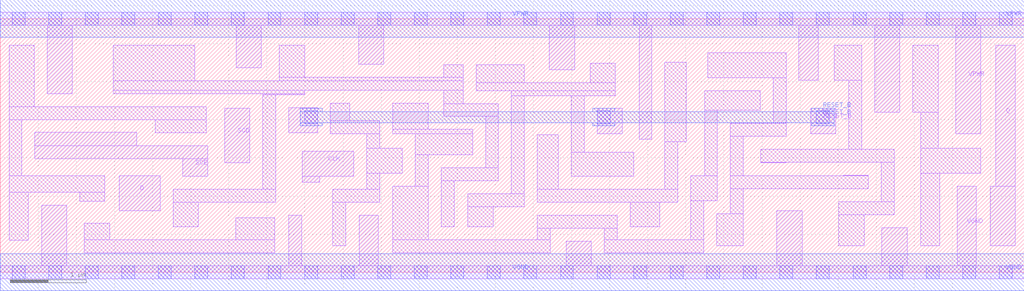
<source format=lef>
# Copyright 2020 The SkyWater PDK Authors
#
# Licensed under the Apache License, Version 2.0 (the "License");
# you may not use this file except in compliance with the License.
# You may obtain a copy of the License at
#
#     https://www.apache.org/licenses/LICENSE-2.0
#
# Unless required by applicable law or agreed to in writing, software
# distributed under the License is distributed on an "AS IS" BASIS,
# WITHOUT WARRANTIES OR CONDITIONS OF ANY KIND, either express or implied.
# See the License for the specific language governing permissions and
# limitations under the License.
#
# SPDX-License-Identifier: Apache-2.0

VERSION 5.7 ;
  NAMESCASESENSITIVE ON ;
  NOWIREEXTENSIONATPIN ON ;
  DIVIDERCHAR "/" ;
  BUSBITCHARS "[]" ;
UNITS
  DATABASE MICRONS 200 ;
END UNITS
MACRO sky130_fd_sc_hs__sdfrtp_1
  CLASS CORE ;
  SOURCE USER ;
  FOREIGN sky130_fd_sc_hs__sdfrtp_1 ;
  ORIGIN  0.000000  0.000000 ;
  SIZE  13.44000 BY  3.330000 ;
  SYMMETRY X Y R90 ;
  SITE unit ;
  PIN D
    ANTENNAGATEAREA  0.159000 ;
    DIRECTION INPUT ;
    USE SIGNAL ;
    PORT
      LAYER li1 ;
        RECT 1.565000 0.810000 2.100000 1.265000 ;
    END
  END D
  PIN Q
    ANTENNADIFFAREA  0.541300 ;
    DIRECTION OUTPUT ;
    USE SIGNAL ;
    PORT
      LAYER li1 ;
        RECT 12.995000 0.350000 13.325000 1.130000 ;
        RECT 13.070000 1.130000 13.325000 2.980000 ;
    END
  END Q
  PIN RESET_B
    ANTENNAGATEAREA  0.411000 ;
    DIRECTION INPUT ;
    USE SIGNAL ;
    PORT
      LAYER li1 ;
        RECT  3.785000 1.830000  4.165000 2.160000 ;
        RECT  7.835000 1.815000  8.165000 2.150000 ;
        RECT 10.640000 1.820000 10.970000 2.150000 ;
      LAYER mcon ;
        RECT  3.995000 1.950000  4.165000 2.120000 ;
        RECT  7.835000 1.950000  8.005000 2.120000 ;
        RECT 10.715000 1.950000 10.885000 2.120000 ;
      LAYER met1 ;
        RECT  3.935000 1.920000  4.225000 1.965000 ;
        RECT  3.935000 1.965000 10.945000 2.105000 ;
        RECT  3.935000 2.105000  4.225000 2.150000 ;
        RECT  7.775000 1.920000  8.065000 1.965000 ;
        RECT  7.775000 2.105000  8.065000 2.150000 ;
        RECT 10.655000 1.920000 10.945000 1.965000 ;
        RECT 10.655000 2.105000 10.945000 2.150000 ;
    END
  END RESET_B
  PIN SCD
    ANTENNAGATEAREA  0.159000 ;
    DIRECTION INPUT ;
    USE SIGNAL ;
    PORT
      LAYER li1 ;
        RECT 2.945000 1.440000 3.275000 2.150000 ;
    END
  END SCD
  PIN SCE
    ANTENNAGATEAREA  0.318000 ;
    DIRECTION INPUT ;
    USE SIGNAL ;
    PORT
      LAYER li1 ;
        RECT 0.455000 1.490000 2.725000 1.660000 ;
        RECT 0.455000 1.660000 1.795000 1.835000 ;
        RECT 2.395000 1.260000 2.725000 1.490000 ;
    END
  END SCE
  PIN CLK
    ANTENNAGATEAREA  0.279000 ;
    DIRECTION INPUT ;
    USE CLOCK ;
    PORT
      LAYER li1 ;
        RECT 3.965000 1.180000 4.195000 1.260000 ;
        RECT 3.965000 1.260000 4.640000 1.590000 ;
    END
  END CLK
  PIN VGND
    DIRECTION INOUT ;
    USE GROUND ;
    PORT
      LAYER li1 ;
        RECT  0.000000 -0.085000 13.440000 0.085000 ;
        RECT  0.545000  0.085000  0.875000 0.880000 ;
        RECT  3.785000  0.085000  3.955000 0.750000 ;
        RECT  4.715000  0.085000  4.965000 0.750000 ;
        RECT  7.430000  0.085000  7.760000 0.410000 ;
        RECT 10.195000  0.085000 10.525000 0.810000 ;
        RECT 11.570000  0.085000 11.905000 0.585000 ;
        RECT 12.565000  0.085000 12.815000 1.130000 ;
      LAYER mcon ;
        RECT  0.155000 -0.085000  0.325000 0.085000 ;
        RECT  0.635000 -0.085000  0.805000 0.085000 ;
        RECT  1.115000 -0.085000  1.285000 0.085000 ;
        RECT  1.595000 -0.085000  1.765000 0.085000 ;
        RECT  2.075000 -0.085000  2.245000 0.085000 ;
        RECT  2.555000 -0.085000  2.725000 0.085000 ;
        RECT  3.035000 -0.085000  3.205000 0.085000 ;
        RECT  3.515000 -0.085000  3.685000 0.085000 ;
        RECT  3.995000 -0.085000  4.165000 0.085000 ;
        RECT  4.475000 -0.085000  4.645000 0.085000 ;
        RECT  4.955000 -0.085000  5.125000 0.085000 ;
        RECT  5.435000 -0.085000  5.605000 0.085000 ;
        RECT  5.915000 -0.085000  6.085000 0.085000 ;
        RECT  6.395000 -0.085000  6.565000 0.085000 ;
        RECT  6.875000 -0.085000  7.045000 0.085000 ;
        RECT  7.355000 -0.085000  7.525000 0.085000 ;
        RECT  7.835000 -0.085000  8.005000 0.085000 ;
        RECT  8.315000 -0.085000  8.485000 0.085000 ;
        RECT  8.795000 -0.085000  8.965000 0.085000 ;
        RECT  9.275000 -0.085000  9.445000 0.085000 ;
        RECT  9.755000 -0.085000  9.925000 0.085000 ;
        RECT 10.235000 -0.085000 10.405000 0.085000 ;
        RECT 10.715000 -0.085000 10.885000 0.085000 ;
        RECT 11.195000 -0.085000 11.365000 0.085000 ;
        RECT 11.675000 -0.085000 11.845000 0.085000 ;
        RECT 12.155000 -0.085000 12.325000 0.085000 ;
        RECT 12.635000 -0.085000 12.805000 0.085000 ;
        RECT 13.115000 -0.085000 13.285000 0.085000 ;
      LAYER met1 ;
        RECT 0.000000 -0.245000 13.440000 0.245000 ;
    END
  END VGND
  PIN VPWR
    DIRECTION INOUT ;
    USE POWER ;
    PORT
      LAYER li1 ;
        RECT  0.000000 3.245000 13.440000 3.415000 ;
        RECT  0.615000 2.345000  0.945000 3.245000 ;
        RECT  3.095000 2.685000  3.425000 3.245000 ;
        RECT  4.705000 2.730000  5.035000 3.245000 ;
        RECT  7.205000 2.660000  7.540000 3.245000 ;
        RECT  8.385000 1.745000  8.555000 3.245000 ;
        RECT 10.485000 2.520000 10.735000 3.245000 ;
        RECT 11.480000 2.100000 11.810000 3.245000 ;
        RECT 12.540000 1.820000 12.870000 3.245000 ;
      LAYER mcon ;
        RECT  0.155000 3.245000  0.325000 3.415000 ;
        RECT  0.635000 3.245000  0.805000 3.415000 ;
        RECT  1.115000 3.245000  1.285000 3.415000 ;
        RECT  1.595000 3.245000  1.765000 3.415000 ;
        RECT  2.075000 3.245000  2.245000 3.415000 ;
        RECT  2.555000 3.245000  2.725000 3.415000 ;
        RECT  3.035000 3.245000  3.205000 3.415000 ;
        RECT  3.515000 3.245000  3.685000 3.415000 ;
        RECT  3.995000 3.245000  4.165000 3.415000 ;
        RECT  4.475000 3.245000  4.645000 3.415000 ;
        RECT  4.955000 3.245000  5.125000 3.415000 ;
        RECT  5.435000 3.245000  5.605000 3.415000 ;
        RECT  5.915000 3.245000  6.085000 3.415000 ;
        RECT  6.395000 3.245000  6.565000 3.415000 ;
        RECT  6.875000 3.245000  7.045000 3.415000 ;
        RECT  7.355000 3.245000  7.525000 3.415000 ;
        RECT  7.835000 3.245000  8.005000 3.415000 ;
        RECT  8.315000 3.245000  8.485000 3.415000 ;
        RECT  8.795000 3.245000  8.965000 3.415000 ;
        RECT  9.275000 3.245000  9.445000 3.415000 ;
        RECT  9.755000 3.245000  9.925000 3.415000 ;
        RECT 10.235000 3.245000 10.405000 3.415000 ;
        RECT 10.715000 3.245000 10.885000 3.415000 ;
        RECT 11.195000 3.245000 11.365000 3.415000 ;
        RECT 11.675000 3.245000 11.845000 3.415000 ;
        RECT 12.155000 3.245000 12.325000 3.415000 ;
        RECT 12.635000 3.245000 12.805000 3.415000 ;
        RECT 13.115000 3.245000 13.285000 3.415000 ;
      LAYER met1 ;
        RECT 0.000000 3.085000 13.440000 3.575000 ;
    END
  END VPWR
  OBS
    LAYER li1 ;
      RECT  0.115000 0.420000  0.365000 1.050000 ;
      RECT  0.115000 1.050000  1.375000 1.265000 ;
      RECT  0.115000 1.265000  0.285000 2.005000 ;
      RECT  0.115000 2.005000  2.705000 2.175000 ;
      RECT  0.115000 2.175000  0.445000 2.980000 ;
      RECT  1.045000 0.935000  1.375000 1.050000 ;
      RECT  1.105000 0.255000  3.605000 0.425000 ;
      RECT  1.105000 0.425000  1.435000 0.640000 ;
      RECT  1.485000 2.345000  3.995000 2.390000 ;
      RECT  1.485000 2.390000  6.075000 2.515000 ;
      RECT  1.485000 2.515000  2.555000 2.980000 ;
      RECT  2.035000 1.830000  2.705000 2.005000 ;
      RECT  2.270000 0.595000  2.600000 0.920000 ;
      RECT  2.270000 0.920000  3.615000 1.090000 ;
      RECT  3.090000 0.425000  3.605000 0.715000 ;
      RECT  3.445000 1.090000  3.615000 2.330000 ;
      RECT  3.445000 2.330000  3.995000 2.345000 ;
      RECT  3.665000 2.515000  6.075000 2.560000 ;
      RECT  3.665000 2.560000  3.995000 2.980000 ;
      RECT  4.335000 1.820000  4.980000 1.990000 ;
      RECT  4.335000 1.990000  4.585000 2.220000 ;
      RECT  4.365000 0.350000  4.535000 0.920000 ;
      RECT  4.365000 0.920000  4.980000 1.090000 ;
      RECT  4.810000 1.090000  4.980000 1.300000 ;
      RECT  4.810000 1.300000  5.280000 1.630000 ;
      RECT  4.810000 1.630000  4.980000 1.820000 ;
      RECT  5.150000 0.255000  7.220000 0.425000 ;
      RECT  5.150000 0.425000  5.620000 1.130000 ;
      RECT  5.155000 1.820000  6.200000 1.875000 ;
      RECT  5.155000 1.875000  5.620000 2.220000 ;
      RECT  5.450000 1.130000  5.620000 1.545000 ;
      RECT  5.450000 1.545000  6.200000 1.820000 ;
      RECT  5.790000 0.595000  5.960000 1.200000 ;
      RECT  5.790000 1.200000  6.540000 1.370000 ;
      RECT  5.825000 2.045000  6.540000 2.215000 ;
      RECT  5.825000 2.215000  6.075000 2.390000 ;
      RECT  5.825000 2.560000  6.075000 2.725000 ;
      RECT  6.140000 0.595000  6.470000 0.860000 ;
      RECT  6.140000 0.860000  6.880000 1.030000 ;
      RECT  6.250000 2.385000  8.075000 2.490000 ;
      RECT  6.250000 2.490000  6.880000 2.725000 ;
      RECT  6.370000 1.370000  6.540000 2.045000 ;
      RECT  6.710000 1.030000  6.880000 2.320000 ;
      RECT  6.710000 2.320000  8.075000 2.385000 ;
      RECT  7.050000 0.425000  7.220000 0.580000 ;
      RECT  7.050000 0.580000  8.100000 0.750000 ;
      RECT  7.050000 0.920000  8.895000 1.090000 ;
      RECT  7.050000 1.090000  7.325000 1.805000 ;
      RECT  7.495000 1.260000  8.315000 1.575000 ;
      RECT  7.495000 1.575000  7.665000 2.320000 ;
      RECT  7.745000 2.490000  8.075000 2.745000 ;
      RECT  7.930000 0.255000  9.235000 0.425000 ;
      RECT  7.930000 0.425000  8.100000 0.580000 ;
      RECT  8.270000 0.595000  8.655000 0.920000 ;
      RECT  8.725000 1.090000  8.895000 1.715000 ;
      RECT  8.725000 1.715000  9.005000 2.755000 ;
      RECT  9.065000 0.425000  9.235000 0.940000 ;
      RECT  9.065000 0.940000  9.415000 1.270000 ;
      RECT  9.245000 1.270000  9.415000 2.125000 ;
      RECT  9.245000 2.125000  9.975000 2.380000 ;
      RECT  9.290000 2.550000 10.315000 2.880000 ;
      RECT  9.405000 0.350000  9.755000 0.770000 ;
      RECT  9.585000 0.770000  9.755000 1.095000 ;
      RECT  9.585000 1.095000 11.395000 1.265000 ;
      RECT  9.585000 1.265000  9.755000 1.785000 ;
      RECT  9.585000 1.785000 10.315000 1.955000 ;
      RECT  9.985000 1.435000 10.315000 1.445000 ;
      RECT  9.985000 1.445000 11.735000 1.615000 ;
      RECT 10.145000 1.955000 10.315000 2.550000 ;
      RECT 10.945000 2.520000 11.310000 2.980000 ;
      RECT 11.010000 0.350000 11.340000 0.755000 ;
      RECT 11.010000 0.755000 11.735000 0.925000 ;
      RECT 11.065000 1.265000 11.395000 1.275000 ;
      RECT 11.140000 1.615000 11.310000 2.520000 ;
      RECT 11.565000 0.925000 11.735000 1.445000 ;
      RECT 11.980000 2.100000 12.310000 2.980000 ;
      RECT 12.085000 0.350000 12.335000 1.300000 ;
      RECT 12.085000 1.300000 12.870000 1.630000 ;
      RECT 12.085000 1.630000 12.310000 2.100000 ;
  END
END sky130_fd_sc_hs__sdfrtp_1

</source>
